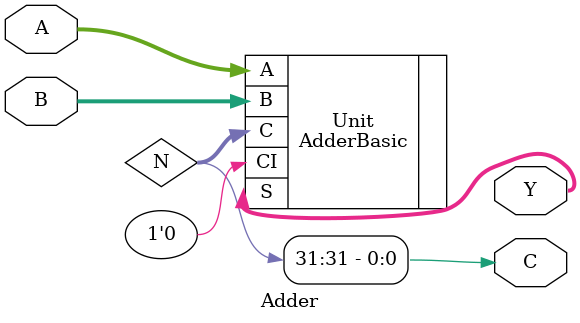
<source format=v>
`timescale 1ns / 1ps

module Adder #
(
    parameter WIDTH = 32
)
(
    input  [WIDTH - 1 : 0] A,
    input  [WIDTH - 1 : 0] B,
    output [WIDTH - 1 : 0] Y,
    output C
);

wire [WIDTH - 1 : 0] N;

AdderBasic #
(
    .WIDTH(WIDTH)        // ¼Ó·¨Î»Êý
)
Unit
(
    .CI(1'b0),           // 1Î»½øÎ»ÊäÈë
    .A(A),               // (WIDTH)Î»¼ÓÊýAÊäÈë
    .B(B),               // (WIDTH)Î»¼ÓÊýBÊäÈë
    .S(Y),               // (WIDTH)Î»½á¹ûSÊä³ö
    .C(N)                // (WIDTH)Î»½øÎ»CÊä³ö
);

assign C = N[WIDTH - 1];

endmodule
</source>
